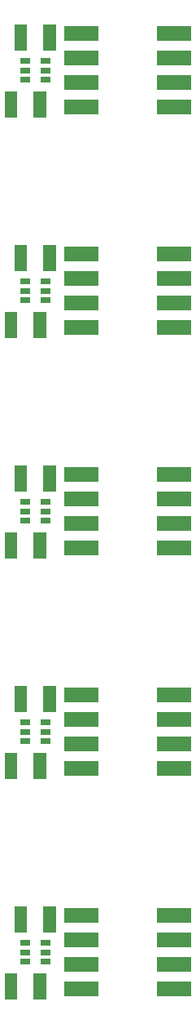
<source format=gbr>
G04 start of page 11 for group -4015 idx -4015 *
G04 Title: (unknown), toppaste *
G04 Creator: pcb 4.0.2 *
G04 CreationDate: Thu Sep  9 05:11:40 2021 UTC *
G04 For: ndholmes *
G04 Format: Gerber/RS-274X *
G04 PCB-Dimensions (mil): 1020.00 4700.00 *
G04 PCB-Coordinate-Origin: lower left *
%MOIN*%
%FSLAX25Y25*%
%LNTOPPASTE*%
%ADD35C,0.0001*%
G54D35*G36*
X37500Y438000D02*Y432000D01*
X51500D01*
Y438000D01*
X37500D01*
G37*
G36*
X75500D02*Y432000D01*
X89500D01*
Y438000D01*
X75500D01*
G37*
G36*
X37500Y428000D02*Y422000D01*
X51500D01*
Y428000D01*
X37500D01*
G37*
G36*
X75500D02*Y422000D01*
X89500D01*
Y428000D01*
X75500D01*
G37*
G36*
X37500Y418000D02*Y412000D01*
X51500D01*
Y418000D01*
X37500D01*
G37*
G36*
X75500D02*Y412000D01*
X89500D01*
Y418000D01*
X75500D01*
G37*
G36*
X37500Y408000D02*Y402000D01*
X51500D01*
Y408000D01*
X37500D01*
G37*
G36*
X75500D02*Y402000D01*
X89500D01*
Y408000D01*
X75500D01*
G37*
G36*
X22249Y438814D02*X17131D01*
Y428186D01*
X22249D01*
Y438814D01*
G37*
G36*
X34059D02*X28941D01*
Y428186D01*
X34059D01*
Y438814D01*
G37*
G36*
X19500Y425105D02*Y422705D01*
X23500D01*
Y425105D01*
X19500D01*
G37*
G36*
Y421205D02*Y418805D01*
X23500D01*
Y421205D01*
X19500D01*
G37*
G36*
Y417305D02*Y414905D01*
X23500D01*
Y417305D01*
X19500D01*
G37*
G36*
X27700D02*Y414905D01*
X31700D01*
Y417305D01*
X27700D01*
G37*
G36*
Y421205D02*Y418805D01*
X31700D01*
Y421205D01*
X27700D01*
G37*
G36*
Y425105D02*Y422705D01*
X31700D01*
Y425105D01*
X27700D01*
G37*
G36*
X29964Y411314D02*X24846D01*
Y400686D01*
X29964D01*
Y411314D01*
G37*
G36*
X18154D02*X13036D01*
Y400686D01*
X18154D01*
Y411314D01*
G37*
G36*
X37500Y348000D02*Y342000D01*
X51500D01*
Y348000D01*
X37500D01*
G37*
G36*
X75500D02*Y342000D01*
X89500D01*
Y348000D01*
X75500D01*
G37*
G36*
X37500Y338000D02*Y332000D01*
X51500D01*
Y338000D01*
X37500D01*
G37*
G36*
X75500D02*Y332000D01*
X89500D01*
Y338000D01*
X75500D01*
G37*
G36*
X37500Y328000D02*Y322000D01*
X51500D01*
Y328000D01*
X37500D01*
G37*
G36*
X75500D02*Y322000D01*
X89500D01*
Y328000D01*
X75500D01*
G37*
G36*
X37500Y318000D02*Y312000D01*
X51500D01*
Y318000D01*
X37500D01*
G37*
G36*
X75500D02*Y312000D01*
X89500D01*
Y318000D01*
X75500D01*
G37*
G36*
X22249Y348814D02*X17131D01*
Y338186D01*
X22249D01*
Y348814D01*
G37*
G36*
X34059D02*X28941D01*
Y338186D01*
X34059D01*
Y348814D01*
G37*
G36*
X19500Y335105D02*Y332705D01*
X23500D01*
Y335105D01*
X19500D01*
G37*
G36*
Y331205D02*Y328805D01*
X23500D01*
Y331205D01*
X19500D01*
G37*
G36*
Y327305D02*Y324905D01*
X23500D01*
Y327305D01*
X19500D01*
G37*
G36*
X27700D02*Y324905D01*
X31700D01*
Y327305D01*
X27700D01*
G37*
G36*
Y331205D02*Y328805D01*
X31700D01*
Y331205D01*
X27700D01*
G37*
G36*
Y335105D02*Y332705D01*
X31700D01*
Y335105D01*
X27700D01*
G37*
G36*
X29964Y321314D02*X24846D01*
Y310686D01*
X29964D01*
Y321314D01*
G37*
G36*
X18154D02*X13036D01*
Y310686D01*
X18154D01*
Y321314D01*
G37*
G36*
X37500Y258000D02*Y252000D01*
X51500D01*
Y258000D01*
X37500D01*
G37*
G36*
X75500D02*Y252000D01*
X89500D01*
Y258000D01*
X75500D01*
G37*
G36*
X37500Y248000D02*Y242000D01*
X51500D01*
Y248000D01*
X37500D01*
G37*
G36*
X75500D02*Y242000D01*
X89500D01*
Y248000D01*
X75500D01*
G37*
G36*
X37500Y238000D02*Y232000D01*
X51500D01*
Y238000D01*
X37500D01*
G37*
G36*
X75500D02*Y232000D01*
X89500D01*
Y238000D01*
X75500D01*
G37*
G36*
X37500Y228000D02*Y222000D01*
X51500D01*
Y228000D01*
X37500D01*
G37*
G36*
X75500D02*Y222000D01*
X89500D01*
Y228000D01*
X75500D01*
G37*
G36*
X22249Y258814D02*X17131D01*
Y248186D01*
X22249D01*
Y258814D01*
G37*
G36*
X34059D02*X28941D01*
Y248186D01*
X34059D01*
Y258814D01*
G37*
G36*
X19500Y245105D02*Y242705D01*
X23500D01*
Y245105D01*
X19500D01*
G37*
G36*
Y241205D02*Y238805D01*
X23500D01*
Y241205D01*
X19500D01*
G37*
G36*
Y237305D02*Y234905D01*
X23500D01*
Y237305D01*
X19500D01*
G37*
G36*
X27700D02*Y234905D01*
X31700D01*
Y237305D01*
X27700D01*
G37*
G36*
Y241205D02*Y238805D01*
X31700D01*
Y241205D01*
X27700D01*
G37*
G36*
Y245105D02*Y242705D01*
X31700D01*
Y245105D01*
X27700D01*
G37*
G36*
X29964Y231314D02*X24846D01*
Y220686D01*
X29964D01*
Y231314D01*
G37*
G36*
X18154D02*X13036D01*
Y220686D01*
X18154D01*
Y231314D01*
G37*
G36*
X37500Y168000D02*Y162000D01*
X51500D01*
Y168000D01*
X37500D01*
G37*
G36*
X75500D02*Y162000D01*
X89500D01*
Y168000D01*
X75500D01*
G37*
G36*
X37500Y158000D02*Y152000D01*
X51500D01*
Y158000D01*
X37500D01*
G37*
G36*
X75500D02*Y152000D01*
X89500D01*
Y158000D01*
X75500D01*
G37*
G36*
X37500Y148000D02*Y142000D01*
X51500D01*
Y148000D01*
X37500D01*
G37*
G36*
X75500D02*Y142000D01*
X89500D01*
Y148000D01*
X75500D01*
G37*
G36*
X37500Y138000D02*Y132000D01*
X51500D01*
Y138000D01*
X37500D01*
G37*
G36*
X75500D02*Y132000D01*
X89500D01*
Y138000D01*
X75500D01*
G37*
G36*
X22249Y168814D02*X17131D01*
Y158186D01*
X22249D01*
Y168814D01*
G37*
G36*
X34059D02*X28941D01*
Y158186D01*
X34059D01*
Y168814D01*
G37*
G36*
X19500Y155105D02*Y152705D01*
X23500D01*
Y155105D01*
X19500D01*
G37*
G36*
Y151205D02*Y148805D01*
X23500D01*
Y151205D01*
X19500D01*
G37*
G36*
Y147305D02*Y144905D01*
X23500D01*
Y147305D01*
X19500D01*
G37*
G36*
X27700D02*Y144905D01*
X31700D01*
Y147305D01*
X27700D01*
G37*
G36*
Y151205D02*Y148805D01*
X31700D01*
Y151205D01*
X27700D01*
G37*
G36*
Y155105D02*Y152705D01*
X31700D01*
Y155105D01*
X27700D01*
G37*
G36*
X29964Y141314D02*X24846D01*
Y130686D01*
X29964D01*
Y141314D01*
G37*
G36*
X18154D02*X13036D01*
Y130686D01*
X18154D01*
Y141314D01*
G37*
G36*
X37500Y78000D02*Y72000D01*
X51500D01*
Y78000D01*
X37500D01*
G37*
G36*
X75500D02*Y72000D01*
X89500D01*
Y78000D01*
X75500D01*
G37*
G36*
X37500Y68000D02*Y62000D01*
X51500D01*
Y68000D01*
X37500D01*
G37*
G36*
X75500D02*Y62000D01*
X89500D01*
Y68000D01*
X75500D01*
G37*
G36*
X37500Y58000D02*Y52000D01*
X51500D01*
Y58000D01*
X37500D01*
G37*
G36*
X75500D02*Y52000D01*
X89500D01*
Y58000D01*
X75500D01*
G37*
G36*
X37500Y48000D02*Y42000D01*
X51500D01*
Y48000D01*
X37500D01*
G37*
G36*
X75500D02*Y42000D01*
X89500D01*
Y48000D01*
X75500D01*
G37*
G36*
X22249Y78814D02*X17131D01*
Y68186D01*
X22249D01*
Y78814D01*
G37*
G36*
X34059D02*X28941D01*
Y68186D01*
X34059D01*
Y78814D01*
G37*
G36*
X19500Y65105D02*Y62705D01*
X23500D01*
Y65105D01*
X19500D01*
G37*
G36*
Y61205D02*Y58805D01*
X23500D01*
Y61205D01*
X19500D01*
G37*
G36*
Y57305D02*Y54905D01*
X23500D01*
Y57305D01*
X19500D01*
G37*
G36*
X27700D02*Y54905D01*
X31700D01*
Y57305D01*
X27700D01*
G37*
G36*
Y61205D02*Y58805D01*
X31700D01*
Y61205D01*
X27700D01*
G37*
G36*
Y65105D02*Y62705D01*
X31700D01*
Y65105D01*
X27700D01*
G37*
G36*
X29964Y51314D02*X24846D01*
Y40686D01*
X29964D01*
Y51314D01*
G37*
G36*
X18154D02*X13036D01*
Y40686D01*
X18154D01*
Y51314D01*
G37*
M02*

</source>
